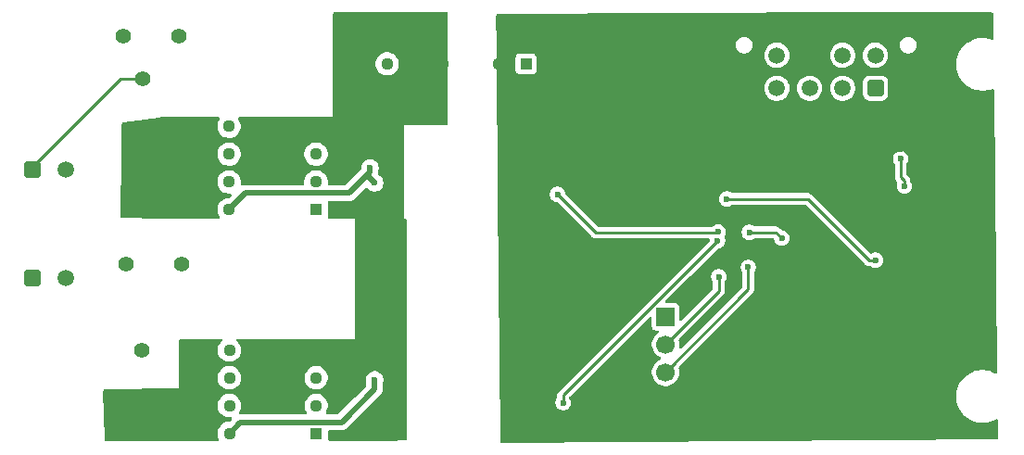
<source format=gbr>
%TF.GenerationSoftware,KiCad,Pcbnew,9.0.4*%
%TF.CreationDate,2026-01-13T11:47:29-08:00*%
%TF.ProjectId,2026Precharge,32303236-5072-4656-9368-617267652e6b,rev?*%
%TF.SameCoordinates,Original*%
%TF.FileFunction,Copper,L2,Bot*%
%TF.FilePolarity,Positive*%
%FSLAX46Y46*%
G04 Gerber Fmt 4.6, Leading zero omitted, Abs format (unit mm)*
G04 Created by KiCad (PCBNEW 9.0.4) date 2026-01-13 11:47:29*
%MOMM*%
%LPD*%
G01*
G04 APERTURE LIST*
G04 Aperture macros list*
%AMRoundRect*
0 Rectangle with rounded corners*
0 $1 Rounding radius*
0 $2 $3 $4 $5 $6 $7 $8 $9 X,Y pos of 4 corners*
0 Add a 4 corners polygon primitive as box body*
4,1,4,$2,$3,$4,$5,$6,$7,$8,$9,$2,$3,0*
0 Add four circle primitives for the rounded corners*
1,1,$1+$1,$2,$3*
1,1,$1+$1,$4,$5*
1,1,$1+$1,$6,$7*
1,1,$1+$1,$8,$9*
0 Add four rect primitives between the rounded corners*
20,1,$1+$1,$2,$3,$4,$5,0*
20,1,$1+$1,$4,$5,$6,$7,0*
20,1,$1+$1,$6,$7,$8,$9,0*
20,1,$1+$1,$8,$9,$2,$3,0*%
G04 Aperture macros list end*
%TA.AperFunction,ComponentPad*%
%ADD10R,1.110000X1.110000*%
%TD*%
%TA.AperFunction,ComponentPad*%
%ADD11C,1.110000*%
%TD*%
%TA.AperFunction,ComponentPad*%
%ADD12C,1.397000*%
%TD*%
%TA.AperFunction,ComponentPad*%
%ADD13R,1.130000X1.130000*%
%TD*%
%TA.AperFunction,ComponentPad*%
%ADD14C,1.130000*%
%TD*%
%TA.AperFunction,ComponentPad*%
%ADD15RoundRect,0.250001X0.499999X-0.499999X0.499999X0.499999X-0.499999X0.499999X-0.499999X-0.499999X0*%
%TD*%
%TA.AperFunction,ComponentPad*%
%ADD16C,1.500000*%
%TD*%
%TA.AperFunction,ComponentPad*%
%ADD17RoundRect,0.250001X0.499999X0.499999X-0.499999X0.499999X-0.499999X-0.499999X0.499999X-0.499999X0*%
%TD*%
%TA.AperFunction,ComponentPad*%
%ADD18R,1.700000X1.700000*%
%TD*%
%TA.AperFunction,ComponentPad*%
%ADD19C,1.700000*%
%TD*%
%TA.AperFunction,ViaPad*%
%ADD20C,0.600000*%
%TD*%
%TA.AperFunction,Conductor*%
%ADD21C,0.250000*%
%TD*%
%TA.AperFunction,Conductor*%
%ADD22C,0.500000*%
%TD*%
G04 APERTURE END LIST*
D10*
%TO.P,PS1,1,+VIN(VCC)*%
%TO.N,GLV+*%
X152130000Y-115630000D03*
D11*
%TO.P,PS1,2,-VIN(GND)*%
%TO.N,GLV-*%
X149590000Y-115630000D03*
%TO.P,PS1,4,-VOUT*%
%TO.N,HV-*%
X144510000Y-115630000D03*
%TO.P,PS1,6,+VOUT*%
%TO.N,12V_HV*%
X139430000Y-115630000D03*
%TD*%
D12*
%TO.P,F4,1*%
%TO.N,HV-*%
X117010000Y-146910000D03*
%TO.P,F4,2*%
%TO.N,Net-(Molex2-Pin_1)*%
X117010000Y-141830000D03*
%TD*%
%TO.P,F3,1*%
%TO.N,HV-*%
X117080000Y-122090000D03*
%TO.P,F3,2*%
%TO.N,Net-(Molex1-Pin_1)*%
X117080000Y-117010000D03*
%TD*%
%TO.P,F2,1*%
%TO.N,Net-(Molex2-Pin_2)*%
X115620000Y-133900000D03*
%TO.P,F2,2*%
%TO.N,/HV+_preAIR*%
X120700000Y-133900000D03*
%TD*%
D13*
%TO.P,U2,1,IOUT*%
%TO.N,Net-(U2-IOUT)*%
X132945000Y-128960000D03*
D14*
%TO.P,U2,2,IREF*%
%TO.N,Net-(U2-IREF)*%
X132945000Y-126420000D03*
%TO.P,U2,3,FOUT*%
%TO.N,Net-(U2-FOUT)*%
X132945000Y-123880000D03*
%TO.P,U2,4,GND*%
%TO.N,HV-*%
X132945000Y-121340000D03*
%TO.P,U2,5,RC*%
%TO.N,Net-(U2-RC)*%
X125005000Y-121340000D03*
%TO.P,U2,6,THRESH*%
%TO.N,Net-(U2-IOUT)*%
X125005000Y-123880000D03*
%TO.P,U2,7,COMPIN*%
%TO.N,Net-(U2-COMPIN)*%
X125005000Y-126420000D03*
%TO.P,U2,8,VS*%
%TO.N,12V_HV*%
X125005000Y-128960000D03*
%TD*%
D15*
%TO.P,Molex2,1,Pin_1*%
%TO.N,Net-(Molex2-Pin_1)*%
X107060000Y-135190000D03*
D16*
%TO.P,Molex2,2,Pin_2*%
%TO.N,Net-(Molex2-Pin_2)*%
X110060000Y-135190000D03*
%TD*%
D12*
%TO.P,F1,1*%
%TO.N,Net-(Molex1-Pin_2)*%
X115300000Y-113110000D03*
%TO.P,F1,2*%
%TO.N,/HV+_postAIR*%
X120380000Y-113110000D03*
%TD*%
D17*
%TO.P,J1,1,Pin_1*%
%TO.N,SDCin*%
X184050000Y-117850000D03*
D16*
%TO.P,J1,2,Pin_2*%
%TO.N,Pre_en*%
X181050000Y-117850000D03*
%TO.P,J1,3,Pin_3*%
%TO.N,AIR+_en*%
X178050000Y-117850000D03*
%TO.P,J1,4,Pin_4*%
%TO.N,Precharge_Fault*%
X175050000Y-117850000D03*
%TO.P,J1,5,Pin_5*%
%TO.N,CHG*%
X184050000Y-114850000D03*
%TO.P,J1,6,Pin_6*%
%TO.N,Charge_on*%
X181050000Y-114850000D03*
%TO.P,J1,7,Pin_7*%
%TO.N,GLV-*%
X178050000Y-114850000D03*
%TO.P,J1,8,Pin_8*%
%TO.N,Net-(D1-K)*%
X175050000Y-114850000D03*
%TD*%
D15*
%TO.P,Molex1,1,Pin_1*%
%TO.N,Net-(Molex1-Pin_1)*%
X107050000Y-125330000D03*
D16*
%TO.P,Molex1,2,Pin_2*%
%TO.N,Net-(Molex1-Pin_2)*%
X110050000Y-125330000D03*
%TD*%
D18*
%TO.P,J2,1,Pin_1*%
%TO.N,3.3 V*%
X164880000Y-138730000D03*
D19*
%TO.P,J2,2,Pin_2*%
%TO.N,SWCLK*%
X164880000Y-141270000D03*
%TO.P,J2,3,Pin_3*%
%TO.N,SWDIO*%
X164880000Y-143810000D03*
%TO.P,J2,4,Pin_4*%
%TO.N,GLV-*%
X164880000Y-146350000D03*
%TD*%
D13*
%TO.P,U5,1,IOUT*%
%TO.N,Net-(U5-IOUT)*%
X132967500Y-149380000D03*
D14*
%TO.P,U5,2,IREF*%
%TO.N,Net-(U5-IREF)*%
X132967500Y-146840000D03*
%TO.P,U5,3,FOUT*%
%TO.N,Net-(U5-FOUT)*%
X132967500Y-144300000D03*
%TO.P,U5,4,GND*%
%TO.N,HV-*%
X132967500Y-141760000D03*
%TO.P,U5,5,RC*%
%TO.N,Net-(U5-RC)*%
X125027500Y-141760000D03*
%TO.P,U5,6,THRESH*%
%TO.N,Net-(U5-IOUT)*%
X125027500Y-144300000D03*
%TO.P,U5,7,COMPIN*%
%TO.N,Net-(U5-COMPIN)*%
X125027500Y-146840000D03*
%TO.P,U5,8,VS*%
%TO.N,12V_HV*%
X125027500Y-149380000D03*
%TD*%
D20*
%TO.N,CHG*%
X186710000Y-126810000D03*
X186350000Y-124300000D03*
%TO.N,12V_HV*%
X138300000Y-144500000D03*
X137875000Y-125150000D03*
X138300000Y-126500000D03*
%TO.N,HV-*%
X121975000Y-127900000D03*
X135930000Y-119760000D03*
X121992500Y-148102500D03*
X136740000Y-143240000D03*
X136950000Y-139150000D03*
X123442500Y-143990000D03*
X120172275Y-123888391D03*
X120517500Y-149602500D03*
X134910000Y-143080000D03*
X123375000Y-123900000D03*
X120675000Y-129400000D03*
X120942500Y-143990000D03*
X141720000Y-118190000D03*
X136600000Y-123800000D03*
X135000000Y-123900000D03*
%TO.N,f_preAIR*%
X169640000Y-131770000D03*
X155515000Y-146585000D03*
%TO.N,f_postAIR*%
X175500000Y-131560000D03*
X169683180Y-130971164D03*
X155010000Y-127550000D03*
X172540000Y-131010000D03*
%TO.N,GLV-*%
X158190000Y-127010000D03*
X161170000Y-124980000D03*
X159670000Y-125950000D03*
X159690000Y-123960000D03*
X158930000Y-127940000D03*
X158950000Y-124970000D03*
X185205000Y-146980000D03*
X160430000Y-123970000D03*
X164470000Y-117780000D03*
X176567500Y-124612500D03*
X175560000Y-132970000D03*
X167715000Y-116780000D03*
X158190000Y-127940000D03*
X161890000Y-125960000D03*
X158930000Y-125950000D03*
X152760000Y-146710000D03*
X162650000Y-124980000D03*
X152950000Y-125710000D03*
X175420000Y-142530000D03*
X162630000Y-127950000D03*
X161170000Y-123970000D03*
X162650000Y-123970000D03*
X181977500Y-124442500D03*
X161150000Y-127950000D03*
X160410000Y-127020000D03*
X159670000Y-127940000D03*
X159690000Y-124970000D03*
X161900000Y-112940000D03*
X187850000Y-135250000D03*
X161890000Y-127950000D03*
X160410000Y-125960000D03*
X161910000Y-123970000D03*
X161890000Y-127020000D03*
X158950000Y-123960000D03*
X181510000Y-133230000D03*
X161150000Y-127020000D03*
X161910000Y-124980000D03*
X158190000Y-125950000D03*
X159670000Y-127010000D03*
X158210000Y-123960000D03*
X186380000Y-123440000D03*
X158210000Y-124970000D03*
X178400000Y-122642500D03*
X158930000Y-127010000D03*
X162630000Y-125960000D03*
X160410000Y-127950000D03*
X180470000Y-136350000D03*
X166520000Y-127190000D03*
X177210000Y-142550000D03*
X159080000Y-112900000D03*
X160430000Y-124980000D03*
X162630000Y-127020000D03*
X161150000Y-125960000D03*
%TO.N,SWCLK*%
X169740000Y-135070000D03*
%TO.N,SWDIO*%
X172440000Y-134220000D03*
%TO.N,Net-(Q1-G)*%
X170480000Y-127960000D03*
X184050000Y-133560000D03*
%TD*%
D21*
%TO.N,CHG*%
X186350000Y-125970000D02*
X186350000Y-124300000D01*
X186710000Y-126330000D02*
X186350000Y-125970000D01*
X186710000Y-126810000D02*
X186710000Y-126330000D01*
D22*
%TO.N,12V_HV*%
X126529000Y-127436000D02*
X125005000Y-128960000D01*
X135272500Y-148365000D02*
X126042500Y-148365000D01*
X138300000Y-126500000D02*
X137650000Y-125850000D01*
X137875000Y-125525000D02*
X137650000Y-125750000D01*
X135964000Y-127436000D02*
X126529000Y-127436000D01*
X126042500Y-148365000D02*
X125027500Y-149380000D01*
X137650000Y-125850000D02*
X137650000Y-125750000D01*
X137875000Y-125150000D02*
X137875000Y-125525000D01*
X137650000Y-125750000D02*
X135964000Y-127436000D01*
X138300000Y-144500000D02*
X138300000Y-145337500D01*
X138300000Y-145337500D02*
X135272500Y-148365000D01*
D21*
%TO.N,f_preAIR*%
X155515000Y-145895000D02*
X169640000Y-131770000D01*
X155515000Y-146585000D02*
X155515000Y-145895000D01*
%TO.N,f_postAIR*%
X169624344Y-131030000D02*
X158490000Y-131030000D01*
X169683180Y-130971164D02*
X169624344Y-131030000D01*
X174950000Y-131010000D02*
X175500000Y-131560000D01*
X158490000Y-131030000D02*
X155010000Y-127550000D01*
X172540000Y-131010000D02*
X174950000Y-131010000D01*
%TO.N,Net-(Molex1-Pin_1)*%
X115057007Y-117010000D02*
X117080000Y-117010000D01*
X107050000Y-125330000D02*
X107050000Y-125017007D01*
X107050000Y-125017007D02*
X115057007Y-117010000D01*
%TO.N,SWCLK*%
X169740000Y-135070000D02*
X169740000Y-136410000D01*
X169740000Y-136410000D02*
X164880000Y-141270000D01*
%TO.N,SWDIO*%
X172440000Y-134220000D02*
X172440000Y-136250000D01*
X172440000Y-136250000D02*
X164880000Y-143810000D01*
%TO.N,Net-(Q1-G)*%
X183470000Y-133560000D02*
X177870000Y-127960000D01*
X177870000Y-127960000D02*
X170480000Y-127960000D01*
X184050000Y-133560000D02*
X183470000Y-133560000D01*
%TD*%
%TA.AperFunction,Conductor*%
%TO.N,GLV-*%
G36*
X193849119Y-110860502D02*
G01*
X193851892Y-110860234D01*
X193865291Y-110860855D01*
X193879108Y-110864558D01*
X193945000Y-110864558D01*
X194343977Y-110881977D01*
X194354709Y-110882917D01*
X194693984Y-110927582D01*
X194757880Y-110955848D01*
X194796351Y-111014173D01*
X194801789Y-111049065D01*
X194828174Y-113296346D01*
X194809278Y-113363612D01*
X194757015Y-113409984D01*
X194687978Y-113420739D01*
X194663228Y-113414843D01*
X194505602Y-113359687D01*
X194505594Y-113359684D01*
X194308446Y-113314687D01*
X194242732Y-113299688D01*
X194242728Y-113299687D01*
X194242719Y-113299686D01*
X193974813Y-113269500D01*
X193974809Y-113269500D01*
X193705191Y-113269500D01*
X193705186Y-113269500D01*
X193437280Y-113299686D01*
X193437268Y-113299688D01*
X193174405Y-113359684D01*
X193174397Y-113359687D01*
X192919917Y-113448734D01*
X192677005Y-113565714D01*
X192448712Y-113709161D01*
X192237915Y-113877265D01*
X192047265Y-114067915D01*
X191879161Y-114278712D01*
X191735714Y-114507005D01*
X191618734Y-114749917D01*
X191529687Y-115004397D01*
X191529684Y-115004405D01*
X191469688Y-115267268D01*
X191469686Y-115267280D01*
X191439500Y-115535186D01*
X191439500Y-115804813D01*
X191469686Y-116072719D01*
X191469688Y-116072731D01*
X191529684Y-116335594D01*
X191529687Y-116335602D01*
X191618734Y-116590082D01*
X191735714Y-116832994D01*
X191735716Y-116832997D01*
X191879162Y-117061289D01*
X191901745Y-117089607D01*
X192027264Y-117247004D01*
X192047266Y-117272085D01*
X192237915Y-117462734D01*
X192448711Y-117630838D01*
X192677003Y-117774284D01*
X192919921Y-117891267D01*
X193060753Y-117940546D01*
X193174397Y-117980312D01*
X193174405Y-117980315D01*
X193174408Y-117980315D01*
X193174409Y-117980316D01*
X193437268Y-118040312D01*
X193705187Y-118070499D01*
X193705188Y-118070500D01*
X193705191Y-118070500D01*
X193974812Y-118070500D01*
X193974812Y-118070499D01*
X194242732Y-118040312D01*
X194505591Y-117980316D01*
X194718703Y-117905744D01*
X194788482Y-117902183D01*
X194849109Y-117936911D01*
X194881337Y-117998905D01*
X194883649Y-118021330D01*
X195186253Y-143795336D01*
X195167357Y-143862602D01*
X195115094Y-143908974D01*
X195046057Y-143919729D01*
X195006395Y-143906675D01*
X195006131Y-143907225D01*
X194760082Y-143788734D01*
X194505602Y-143699687D01*
X194505594Y-143699684D01*
X194308446Y-143654687D01*
X194242732Y-143639688D01*
X194242728Y-143639687D01*
X194242719Y-143639686D01*
X193974813Y-143609500D01*
X193974809Y-143609500D01*
X193705191Y-143609500D01*
X193705186Y-143609500D01*
X193437280Y-143639686D01*
X193437268Y-143639688D01*
X193174405Y-143699684D01*
X193174397Y-143699687D01*
X192919917Y-143788734D01*
X192677005Y-143905714D01*
X192448712Y-144049161D01*
X192237915Y-144217265D01*
X192047265Y-144407915D01*
X191879161Y-144618712D01*
X191735714Y-144847005D01*
X191618734Y-145089917D01*
X191529687Y-145344397D01*
X191529684Y-145344405D01*
X191469688Y-145607268D01*
X191469686Y-145607280D01*
X191439500Y-145875186D01*
X191439500Y-146144813D01*
X191469686Y-146412719D01*
X191469688Y-146412731D01*
X191529684Y-146675594D01*
X191529687Y-146675602D01*
X191618734Y-146930082D01*
X191735714Y-147172994D01*
X191735716Y-147172997D01*
X191879162Y-147401289D01*
X192047266Y-147612085D01*
X192237915Y-147802734D01*
X192448711Y-147970838D01*
X192677003Y-148114284D01*
X192677005Y-148114285D01*
X192731886Y-148140714D01*
X192919921Y-148231267D01*
X193111049Y-148298145D01*
X193174397Y-148320312D01*
X193174405Y-148320315D01*
X193174408Y-148320315D01*
X193174409Y-148320316D01*
X193437268Y-148380312D01*
X193705187Y-148410499D01*
X193705188Y-148410500D01*
X193705191Y-148410500D01*
X193974812Y-148410500D01*
X193974812Y-148410499D01*
X194242732Y-148380312D01*
X194505591Y-148320316D01*
X194760079Y-148231267D01*
X195002997Y-148114284D01*
X195047882Y-148086080D01*
X195115117Y-148067080D01*
X195181953Y-148087447D01*
X195227167Y-148140714D01*
X195237845Y-148189618D01*
X195257225Y-149840215D01*
X195238329Y-149907481D01*
X195186066Y-149953853D01*
X195134010Y-149965669D01*
X149922993Y-150248734D01*
X149855832Y-150229469D01*
X149809747Y-150176953D01*
X149798223Y-150125986D01*
X149796606Y-149965669D01*
X149571238Y-127618995D01*
X154309499Y-127618995D01*
X154336418Y-127754322D01*
X154336421Y-127754332D01*
X154389221Y-127881804D01*
X154389228Y-127881817D01*
X154465885Y-127996541D01*
X154465888Y-127996545D01*
X154563454Y-128094111D01*
X154563458Y-128094114D01*
X154678182Y-128170771D01*
X154678195Y-128170778D01*
X154805667Y-128223578D01*
X154805672Y-128223580D01*
X154930466Y-128248403D01*
X154936975Y-128249698D01*
X154998886Y-128282083D01*
X155000465Y-128283634D01*
X158065154Y-131348323D01*
X158065164Y-131348334D01*
X158069494Y-131352664D01*
X158069495Y-131352665D01*
X158167335Y-131450505D01*
X158167337Y-131450506D01*
X158167338Y-131450507D01*
X158227249Y-131485096D01*
X158287164Y-131519688D01*
X158420817Y-131555500D01*
X158559183Y-131555500D01*
X168811968Y-131555500D01*
X168879007Y-131575185D01*
X168924762Y-131627989D01*
X168934706Y-131697147D01*
X168905681Y-131760703D01*
X168899649Y-131767181D01*
X155094496Y-145572333D01*
X155094492Y-145572338D01*
X155025311Y-145692163D01*
X155025312Y-145692163D01*
X155025312Y-145692165D01*
X154989499Y-145825818D01*
X154989499Y-145974172D01*
X154989500Y-145974185D01*
X154989500Y-146072984D01*
X154969815Y-146140023D01*
X154968602Y-146141875D01*
X154894228Y-146253182D01*
X154894221Y-146253195D01*
X154841421Y-146380667D01*
X154841418Y-146380677D01*
X154814500Y-146516004D01*
X154814500Y-146516007D01*
X154814500Y-146653993D01*
X154814500Y-146653995D01*
X154814499Y-146653995D01*
X154841418Y-146789322D01*
X154841421Y-146789332D01*
X154894221Y-146916804D01*
X154894228Y-146916817D01*
X154970885Y-147031541D01*
X154970888Y-147031545D01*
X155068454Y-147129111D01*
X155068458Y-147129114D01*
X155183182Y-147205771D01*
X155183195Y-147205778D01*
X155310667Y-147258578D01*
X155310672Y-147258580D01*
X155310676Y-147258580D01*
X155310677Y-147258581D01*
X155446004Y-147285500D01*
X155446007Y-147285500D01*
X155583995Y-147285500D01*
X155675041Y-147267389D01*
X155719328Y-147258580D01*
X155846811Y-147205775D01*
X155961542Y-147129114D01*
X156059114Y-147031542D01*
X156135775Y-146916811D01*
X156188580Y-146789328D01*
X156211202Y-146675602D01*
X156215500Y-146653995D01*
X156215500Y-146516004D01*
X156188581Y-146380677D01*
X156188580Y-146380676D01*
X156188580Y-146380672D01*
X156188578Y-146380667D01*
X156135778Y-146253195D01*
X156135771Y-146253182D01*
X156097866Y-146196453D01*
X156076988Y-146129775D01*
X156095473Y-146062395D01*
X156113283Y-146039885D01*
X163417821Y-138735347D01*
X163479142Y-138701864D01*
X163548834Y-138706848D01*
X163604767Y-138748720D01*
X163629184Y-138814184D01*
X163629500Y-138823030D01*
X163629500Y-139611517D01*
X163640292Y-139679657D01*
X163644354Y-139705304D01*
X163701950Y-139818342D01*
X163701952Y-139818344D01*
X163701954Y-139818347D01*
X163791652Y-139908045D01*
X163791654Y-139908046D01*
X163791658Y-139908050D01*
X163904696Y-139965646D01*
X163904698Y-139965647D01*
X163998475Y-139980499D01*
X163998481Y-139980500D01*
X164145735Y-139980499D01*
X164212772Y-140000183D01*
X164258527Y-140052987D01*
X164268471Y-140122145D01*
X164239446Y-140185701D01*
X164218619Y-140204816D01*
X164065360Y-140316167D01*
X164065351Y-140316174D01*
X163926174Y-140455351D01*
X163926174Y-140455352D01*
X163926172Y-140455354D01*
X163876485Y-140523741D01*
X163810476Y-140614594D01*
X163721117Y-140789970D01*
X163660290Y-140977173D01*
X163629500Y-141171577D01*
X163629500Y-141368422D01*
X163660290Y-141562826D01*
X163721117Y-141750029D01*
X163810476Y-141925405D01*
X163926172Y-142084646D01*
X164065354Y-142223828D01*
X164224595Y-142339524D01*
X164347992Y-142402397D01*
X164401213Y-142429515D01*
X164452009Y-142477489D01*
X164468804Y-142545310D01*
X164446267Y-142611445D01*
X164401213Y-142650485D01*
X164224594Y-142740476D01*
X164133741Y-142806485D01*
X164065354Y-142856172D01*
X164065352Y-142856174D01*
X164065351Y-142856174D01*
X163926174Y-142995351D01*
X163926174Y-142995352D01*
X163926172Y-142995354D01*
X163876485Y-143063741D01*
X163810476Y-143154594D01*
X163721117Y-143329970D01*
X163660290Y-143517173D01*
X163629500Y-143711577D01*
X163629500Y-143908422D01*
X163660290Y-144102826D01*
X163721117Y-144290029D01*
X163810476Y-144465405D01*
X163926172Y-144624646D01*
X164065354Y-144763828D01*
X164224595Y-144879524D01*
X164307455Y-144921743D01*
X164399970Y-144968882D01*
X164399972Y-144968882D01*
X164399975Y-144968884D01*
X164500317Y-145001487D01*
X164587173Y-145029709D01*
X164781578Y-145060500D01*
X164781583Y-145060500D01*
X164978422Y-145060500D01*
X165172826Y-145029709D01*
X165360025Y-144968884D01*
X165535405Y-144879524D01*
X165694646Y-144763828D01*
X165833828Y-144624646D01*
X165949524Y-144465405D01*
X166038884Y-144290025D01*
X166099709Y-144102826D01*
X166130500Y-143908422D01*
X166130500Y-143711577D01*
X166099709Y-143517177D01*
X166099709Y-143517176D01*
X166099709Y-143517174D01*
X166078135Y-143450779D01*
X166076141Y-143380939D01*
X166108384Y-143324783D01*
X172860505Y-136572665D01*
X172929689Y-136452835D01*
X172965501Y-136319183D01*
X172965501Y-136180816D01*
X172965501Y-136173221D01*
X172965500Y-136173203D01*
X172965500Y-134732015D01*
X172985185Y-134664976D01*
X172986398Y-134663124D01*
X173060771Y-134551817D01*
X173060771Y-134551816D01*
X173060775Y-134551811D01*
X173113580Y-134424328D01*
X173140500Y-134288993D01*
X173140500Y-134151007D01*
X173140500Y-134151004D01*
X173113581Y-134015677D01*
X173113580Y-134015676D01*
X173113580Y-134015672D01*
X173113578Y-134015667D01*
X173060778Y-133888195D01*
X173060771Y-133888182D01*
X172984114Y-133773458D01*
X172984111Y-133773454D01*
X172886545Y-133675888D01*
X172886541Y-133675885D01*
X172771817Y-133599228D01*
X172771804Y-133599221D01*
X172644332Y-133546421D01*
X172644322Y-133546418D01*
X172508995Y-133519500D01*
X172508993Y-133519500D01*
X172371007Y-133519500D01*
X172371005Y-133519500D01*
X172235677Y-133546418D01*
X172235667Y-133546421D01*
X172108195Y-133599221D01*
X172108182Y-133599228D01*
X171993458Y-133675885D01*
X171993454Y-133675888D01*
X171895888Y-133773454D01*
X171895885Y-133773458D01*
X171819228Y-133888182D01*
X171819221Y-133888195D01*
X171766421Y-134015667D01*
X171766418Y-134015677D01*
X171739500Y-134151004D01*
X171739500Y-134151007D01*
X171739500Y-134288993D01*
X171739500Y-134288995D01*
X171739499Y-134288995D01*
X171766418Y-134424322D01*
X171766421Y-134424332D01*
X171819221Y-134551804D01*
X171819228Y-134551817D01*
X171893602Y-134663124D01*
X171914480Y-134729801D01*
X171914500Y-134732015D01*
X171914500Y-135980968D01*
X171894815Y-136048007D01*
X171878181Y-136068649D01*
X166316061Y-141630768D01*
X166254738Y-141664253D01*
X166185046Y-141659269D01*
X166129113Y-141617397D01*
X166104696Y-141551933D01*
X166105906Y-141523694D01*
X166119459Y-141438127D01*
X166130500Y-141368421D01*
X166130500Y-141171577D01*
X166099709Y-140977177D01*
X166099709Y-140977176D01*
X166099709Y-140977174D01*
X166078135Y-140910779D01*
X166076141Y-140840939D01*
X166108384Y-140784783D01*
X170052455Y-136840713D01*
X170052460Y-136840709D01*
X170062663Y-136830505D01*
X170062665Y-136830505D01*
X170160505Y-136732665D01*
X170229688Y-136612836D01*
X170240452Y-136572665D01*
X170265501Y-136479183D01*
X170265501Y-136340817D01*
X170265501Y-136333222D01*
X170265500Y-136333204D01*
X170265500Y-135582015D01*
X170285185Y-135514976D01*
X170286398Y-135513124D01*
X170360771Y-135401817D01*
X170360771Y-135401816D01*
X170360775Y-135401811D01*
X170413580Y-135274328D01*
X170440500Y-135138993D01*
X170440500Y-135001007D01*
X170440500Y-135001004D01*
X170413581Y-134865677D01*
X170413580Y-134865676D01*
X170413580Y-134865672D01*
X170413578Y-134865667D01*
X170360778Y-134738195D01*
X170360771Y-134738182D01*
X170284114Y-134623458D01*
X170284111Y-134623454D01*
X170186545Y-134525888D01*
X170186541Y-134525885D01*
X170071817Y-134449228D01*
X170071804Y-134449221D01*
X169944332Y-134396421D01*
X169944322Y-134396418D01*
X169808995Y-134369500D01*
X169808993Y-134369500D01*
X169671007Y-134369500D01*
X169671005Y-134369500D01*
X169535677Y-134396418D01*
X169535667Y-134396421D01*
X169408195Y-134449221D01*
X169408182Y-134449228D01*
X169293458Y-134525885D01*
X169293454Y-134525888D01*
X169195888Y-134623454D01*
X169195885Y-134623458D01*
X169119228Y-134738182D01*
X169119221Y-134738195D01*
X169066421Y-134865667D01*
X169066418Y-134865677D01*
X169039500Y-135001004D01*
X169039500Y-135001007D01*
X169039500Y-135138993D01*
X169039500Y-135138995D01*
X169039499Y-135138995D01*
X169066418Y-135274322D01*
X169066421Y-135274332D01*
X169119221Y-135401804D01*
X169119228Y-135401817D01*
X169193602Y-135513124D01*
X169214480Y-135579801D01*
X169214500Y-135582015D01*
X169214500Y-136140968D01*
X169194815Y-136208007D01*
X169178181Y-136228649D01*
X166342180Y-139064650D01*
X166280857Y-139098135D01*
X166211165Y-139093151D01*
X166155232Y-139051279D01*
X166130815Y-138985815D01*
X166130499Y-138976969D01*
X166130499Y-137848482D01*
X166115646Y-137754696D01*
X166058050Y-137641658D01*
X166058046Y-137641654D01*
X166058045Y-137641652D01*
X165968347Y-137551954D01*
X165968344Y-137551952D01*
X165968342Y-137551950D01*
X165891517Y-137512805D01*
X165855301Y-137494352D01*
X165761524Y-137479500D01*
X165761519Y-137479500D01*
X164973031Y-137479500D01*
X164905992Y-137459815D01*
X164860237Y-137407011D01*
X164850293Y-137337853D01*
X164879318Y-137274297D01*
X164885350Y-137267819D01*
X167152165Y-135001004D01*
X169649537Y-132503632D01*
X169710858Y-132470149D01*
X169713025Y-132469698D01*
X169717417Y-132468824D01*
X169844328Y-132443580D01*
X169971811Y-132390775D01*
X170086542Y-132314114D01*
X170184114Y-132216542D01*
X170260775Y-132101811D01*
X170313580Y-131974328D01*
X170340500Y-131838993D01*
X170340500Y-131701007D01*
X170340500Y-131701004D01*
X170313581Y-131565677D01*
X170313580Y-131565676D01*
X170313580Y-131565672D01*
X170268087Y-131455843D01*
X170260619Y-131386377D01*
X170279545Y-131339505D01*
X170303955Y-131302975D01*
X170356760Y-131175492D01*
X170375955Y-131078995D01*
X171839499Y-131078995D01*
X171866418Y-131214322D01*
X171866421Y-131214332D01*
X171919221Y-131341804D01*
X171919228Y-131341817D01*
X171995885Y-131456541D01*
X171995888Y-131456545D01*
X172093454Y-131554111D01*
X172093458Y-131554114D01*
X172208182Y-131630771D01*
X172208195Y-131630778D01*
X172335667Y-131683578D01*
X172335672Y-131683580D01*
X172335676Y-131683580D01*
X172335677Y-131683581D01*
X172471004Y-131710500D01*
X172471007Y-131710500D01*
X172608995Y-131710500D01*
X172700041Y-131692389D01*
X172744328Y-131683580D01*
X172871811Y-131630775D01*
X172905913Y-131607989D01*
X172983124Y-131556398D01*
X173049801Y-131535520D01*
X173052015Y-131535500D01*
X174679139Y-131535500D01*
X174746178Y-131555185D01*
X174791933Y-131607989D01*
X174800756Y-131635309D01*
X174826418Y-131764320D01*
X174826421Y-131764332D01*
X174879221Y-131891804D01*
X174879228Y-131891817D01*
X174955885Y-132006541D01*
X174955888Y-132006545D01*
X175053454Y-132104111D01*
X175053458Y-132104114D01*
X175168182Y-132180771D01*
X175168195Y-132180778D01*
X175295667Y-132233578D01*
X175295672Y-132233580D01*
X175295676Y-132233580D01*
X175295677Y-132233581D01*
X175431004Y-132260500D01*
X175431007Y-132260500D01*
X175568995Y-132260500D01*
X175660041Y-132242389D01*
X175704328Y-132233580D01*
X175831811Y-132180775D01*
X175946542Y-132104114D01*
X176044114Y-132006542D01*
X176120775Y-131891811D01*
X176173580Y-131764328D01*
X176184287Y-131710500D01*
X176200500Y-131628995D01*
X176200500Y-131491004D01*
X176173581Y-131355677D01*
X176173580Y-131355676D01*
X176173580Y-131355672D01*
X176173578Y-131355667D01*
X176120778Y-131228195D01*
X176120771Y-131228182D01*
X176044114Y-131113458D01*
X176044111Y-131113454D01*
X175946545Y-131015888D01*
X175946541Y-131015885D01*
X175831817Y-130939228D01*
X175831804Y-130939221D01*
X175704332Y-130886421D01*
X175704322Y-130886418D01*
X175573023Y-130860301D01*
X175556266Y-130851535D01*
X175537788Y-130847516D01*
X175512751Y-130828773D01*
X175511112Y-130827916D01*
X175509534Y-130826365D01*
X175377575Y-130694406D01*
X175377573Y-130694403D01*
X175272666Y-130589496D01*
X175272661Y-130589492D01*
X175152840Y-130520313D01*
X175124592Y-130512743D01*
X175124591Y-130512743D01*
X175019183Y-130484499D01*
X174880817Y-130484499D01*
X174873221Y-130484499D01*
X174873205Y-130484500D01*
X173052015Y-130484500D01*
X172984976Y-130464815D01*
X172983124Y-130463602D01*
X172871817Y-130389228D01*
X172871804Y-130389221D01*
X172744332Y-130336421D01*
X172744322Y-130336418D01*
X172608995Y-130309500D01*
X172608993Y-130309500D01*
X172471007Y-130309500D01*
X172471005Y-130309500D01*
X172335677Y-130336418D01*
X172335667Y-130336421D01*
X172208195Y-130389221D01*
X172208182Y-130389228D01*
X172093458Y-130465885D01*
X172093454Y-130465888D01*
X171995888Y-130563454D01*
X171995885Y-130563458D01*
X171919228Y-130678182D01*
X171919221Y-130678195D01*
X171866421Y-130805667D01*
X171866418Y-130805677D01*
X171839500Y-130941004D01*
X171839500Y-130941007D01*
X171839500Y-131078993D01*
X171839500Y-131078995D01*
X171839499Y-131078995D01*
X170375955Y-131078995D01*
X170383680Y-131040157D01*
X170383680Y-130902171D01*
X170383680Y-130902168D01*
X170356761Y-130766841D01*
X170356760Y-130766840D01*
X170356760Y-130766836D01*
X170326759Y-130694406D01*
X170303958Y-130639359D01*
X170303951Y-130639346D01*
X170227294Y-130524622D01*
X170227291Y-130524618D01*
X170129725Y-130427052D01*
X170129721Y-130427049D01*
X170014997Y-130350392D01*
X170014984Y-130350385D01*
X169887512Y-130297585D01*
X169887502Y-130297582D01*
X169752175Y-130270664D01*
X169752173Y-130270664D01*
X169614187Y-130270664D01*
X169614185Y-130270664D01*
X169478857Y-130297582D01*
X169478847Y-130297585D01*
X169351375Y-130350385D01*
X169351362Y-130350392D01*
X169236638Y-130427049D01*
X169236634Y-130427052D01*
X169195508Y-130468180D01*
X169134185Y-130501666D01*
X169107826Y-130504500D01*
X158759031Y-130504500D01*
X158691992Y-130484815D01*
X158671350Y-130468181D01*
X156232164Y-128028995D01*
X169779499Y-128028995D01*
X169806418Y-128164322D01*
X169806421Y-128164332D01*
X169859221Y-128291804D01*
X169859228Y-128291817D01*
X169935885Y-128406541D01*
X169935888Y-128406545D01*
X170033454Y-128504111D01*
X170033458Y-128504114D01*
X170148182Y-128580771D01*
X170148195Y-128580778D01*
X170275667Y-128633578D01*
X170275672Y-128633580D01*
X170275676Y-128633580D01*
X170275677Y-128633581D01*
X170411004Y-128660500D01*
X170411007Y-128660500D01*
X170548995Y-128660500D01*
X170640041Y-128642389D01*
X170684328Y-128633580D01*
X170811811Y-128580775D01*
X170923124Y-128506398D01*
X170989801Y-128485520D01*
X170992015Y-128485500D01*
X177600969Y-128485500D01*
X177668008Y-128505185D01*
X177688650Y-128521819D01*
X183045154Y-133878323D01*
X183045164Y-133878334D01*
X183049494Y-133882664D01*
X183049495Y-133882665D01*
X183147335Y-133980505D01*
X183147337Y-133980506D01*
X183147338Y-133980507D01*
X183192438Y-134006545D01*
X183267164Y-134049688D01*
X183285993Y-134054733D01*
X183295407Y-134057256D01*
X183295408Y-134057256D01*
X183400817Y-134085501D01*
X183400819Y-134085501D01*
X183537986Y-134085501D01*
X183605025Y-134105186D01*
X183606877Y-134106399D01*
X183718182Y-134180771D01*
X183718195Y-134180778D01*
X183845667Y-134233578D01*
X183845672Y-134233580D01*
X183845676Y-134233580D01*
X183845677Y-134233581D01*
X183981004Y-134260500D01*
X183981007Y-134260500D01*
X184118995Y-134260500D01*
X184210041Y-134242389D01*
X184254328Y-134233580D01*
X184381811Y-134180775D01*
X184496542Y-134104114D01*
X184594114Y-134006542D01*
X184670775Y-133891811D01*
X184723580Y-133764328D01*
X184741172Y-133675888D01*
X184750500Y-133628995D01*
X184750500Y-133491004D01*
X184723581Y-133355677D01*
X184723580Y-133355676D01*
X184723580Y-133355672D01*
X184723578Y-133355667D01*
X184670778Y-133228195D01*
X184670771Y-133228182D01*
X184594114Y-133113458D01*
X184594111Y-133113454D01*
X184496545Y-133015888D01*
X184496541Y-133015885D01*
X184381817Y-132939228D01*
X184381804Y-132939221D01*
X184254332Y-132886421D01*
X184254322Y-132886418D01*
X184118995Y-132859500D01*
X184118993Y-132859500D01*
X183981007Y-132859500D01*
X183981005Y-132859500D01*
X183845677Y-132886418D01*
X183845671Y-132886420D01*
X183718181Y-132939228D01*
X183717295Y-132939702D01*
X183716778Y-132939809D01*
X183712562Y-132941556D01*
X183712230Y-132940755D01*
X183648889Y-132953930D01*
X183583650Y-132928917D01*
X183571182Y-132918013D01*
X178297575Y-127644406D01*
X178297573Y-127644403D01*
X178192666Y-127539496D01*
X178192661Y-127539492D01*
X178072840Y-127470313D01*
X178044592Y-127462743D01*
X178044591Y-127462743D01*
X177939183Y-127434499D01*
X177800817Y-127434499D01*
X177793221Y-127434499D01*
X177793205Y-127434500D01*
X170992015Y-127434500D01*
X170924976Y-127414815D01*
X170923124Y-127413602D01*
X170811817Y-127339228D01*
X170811804Y-127339221D01*
X170684332Y-127286421D01*
X170684322Y-127286418D01*
X170548995Y-127259500D01*
X170548993Y-127259500D01*
X170411007Y-127259500D01*
X170411005Y-127259500D01*
X170275677Y-127286418D01*
X170275667Y-127286421D01*
X170148195Y-127339221D01*
X170148182Y-127339228D01*
X170033458Y-127415885D01*
X170033454Y-127415888D01*
X169935888Y-127513454D01*
X169935885Y-127513458D01*
X169859228Y-127628182D01*
X169859221Y-127628195D01*
X169806421Y-127755667D01*
X169806418Y-127755677D01*
X169779500Y-127891004D01*
X169779500Y-127891007D01*
X169779500Y-128028993D01*
X169779500Y-128028995D01*
X169779499Y-128028995D01*
X156232164Y-128028995D01*
X155743634Y-127540465D01*
X155710149Y-127479142D01*
X155709698Y-127476975D01*
X155697547Y-127415888D01*
X155683580Y-127345672D01*
X155659037Y-127286420D01*
X155630778Y-127218195D01*
X155630771Y-127218182D01*
X155554114Y-127103458D01*
X155554111Y-127103454D01*
X155456545Y-127005888D01*
X155456541Y-127005885D01*
X155341817Y-126929228D01*
X155341804Y-126929221D01*
X155214332Y-126876421D01*
X155214322Y-126876418D01*
X155078995Y-126849500D01*
X155078993Y-126849500D01*
X154941007Y-126849500D01*
X154941005Y-126849500D01*
X154805677Y-126876418D01*
X154805667Y-126876421D01*
X154678195Y-126929221D01*
X154678182Y-126929228D01*
X154563458Y-127005885D01*
X154563454Y-127005888D01*
X154465888Y-127103454D01*
X154465885Y-127103458D01*
X154389228Y-127218182D01*
X154389221Y-127218195D01*
X154336421Y-127345667D01*
X154336418Y-127345677D01*
X154309500Y-127481004D01*
X154309500Y-127481007D01*
X154309500Y-127618993D01*
X154309500Y-127618995D01*
X154309499Y-127618995D01*
X149571238Y-127618995D01*
X149538462Y-124368995D01*
X185649499Y-124368995D01*
X185676418Y-124504322D01*
X185676421Y-124504332D01*
X185729221Y-124631804D01*
X185729228Y-124631817D01*
X185803602Y-124743124D01*
X185824480Y-124809801D01*
X185824500Y-124812015D01*
X185824500Y-125893204D01*
X185824499Y-125893222D01*
X185824499Y-126039182D01*
X185850553Y-126136419D01*
X185860310Y-126172832D01*
X185860313Y-126172839D01*
X185929492Y-126292661D01*
X185929496Y-126292666D01*
X186034400Y-126397570D01*
X186034406Y-126397575D01*
X186038193Y-126401362D01*
X186071678Y-126462685D01*
X186066694Y-126532377D01*
X186065074Y-126536492D01*
X186036420Y-126605672D01*
X186036419Y-126605675D01*
X186036419Y-126605676D01*
X186036418Y-126605677D01*
X186009500Y-126741004D01*
X186009500Y-126741007D01*
X186009500Y-126878993D01*
X186009500Y-126878995D01*
X186009499Y-126878995D01*
X186036418Y-127014322D01*
X186036421Y-127014332D01*
X186089221Y-127141804D01*
X186089228Y-127141817D01*
X186165885Y-127256541D01*
X186165888Y-127256545D01*
X186263454Y-127354111D01*
X186263458Y-127354114D01*
X186378182Y-127430771D01*
X186378195Y-127430778D01*
X186499453Y-127481004D01*
X186505672Y-127483580D01*
X186505676Y-127483580D01*
X186505677Y-127483581D01*
X186641004Y-127510500D01*
X186641007Y-127510500D01*
X186778995Y-127510500D01*
X186870041Y-127492389D01*
X186914328Y-127483580D01*
X187032818Y-127434500D01*
X187041804Y-127430778D01*
X187041804Y-127430777D01*
X187041811Y-127430775D01*
X187156542Y-127354114D01*
X187254114Y-127256542D01*
X187330775Y-127141811D01*
X187383580Y-127014328D01*
X187410500Y-126878993D01*
X187410500Y-126741007D01*
X187410500Y-126741004D01*
X187383581Y-126605677D01*
X187383580Y-126605676D01*
X187383580Y-126605672D01*
X187354926Y-126536495D01*
X187330778Y-126478195D01*
X187330771Y-126478182D01*
X187256399Y-126366877D01*
X187237847Y-126321990D01*
X187235501Y-126310100D01*
X187235501Y-126260817D01*
X187199688Y-126127165D01*
X187199688Y-126127164D01*
X187130505Y-126007335D01*
X187032665Y-125909495D01*
X187032664Y-125909494D01*
X187028334Y-125905164D01*
X187028323Y-125905154D01*
X186911819Y-125788650D01*
X186878334Y-125727327D01*
X186875500Y-125700969D01*
X186875500Y-124812015D01*
X186895185Y-124744976D01*
X186896398Y-124743124D01*
X186970771Y-124631817D01*
X186970771Y-124631816D01*
X186970775Y-124631811D01*
X187023580Y-124504328D01*
X187050500Y-124368993D01*
X187050500Y-124231007D01*
X187050500Y-124231004D01*
X187023581Y-124095677D01*
X187023580Y-124095676D01*
X187023580Y-124095672D01*
X187023578Y-124095667D01*
X186970778Y-123968195D01*
X186970771Y-123968182D01*
X186894114Y-123853458D01*
X186894111Y-123853454D01*
X186796545Y-123755888D01*
X186796541Y-123755885D01*
X186681817Y-123679228D01*
X186681804Y-123679221D01*
X186554332Y-123626421D01*
X186554322Y-123626418D01*
X186418995Y-123599500D01*
X186418993Y-123599500D01*
X186281007Y-123599500D01*
X186281005Y-123599500D01*
X186145677Y-123626418D01*
X186145667Y-123626421D01*
X186018195Y-123679221D01*
X186018182Y-123679228D01*
X185903458Y-123755885D01*
X185903454Y-123755888D01*
X185805888Y-123853454D01*
X185805885Y-123853458D01*
X185729228Y-123968182D01*
X185729221Y-123968195D01*
X185676421Y-124095667D01*
X185676418Y-124095677D01*
X185649500Y-124231004D01*
X185649500Y-124231007D01*
X185649500Y-124368993D01*
X185649500Y-124368995D01*
X185649499Y-124368995D01*
X149538462Y-124368995D01*
X149530973Y-123626421D01*
X149482985Y-118868076D01*
X149471804Y-117759448D01*
X173899500Y-117759448D01*
X173899500Y-117940551D01*
X173927829Y-118119410D01*
X173983787Y-118291636D01*
X173983788Y-118291639D01*
X174039664Y-118401300D01*
X174065789Y-118452573D01*
X174066006Y-118452997D01*
X174172441Y-118599494D01*
X174172445Y-118599499D01*
X174300500Y-118727554D01*
X174300505Y-118727558D01*
X174333956Y-118751861D01*
X174447006Y-118833996D01*
X174552484Y-118887740D01*
X174608360Y-118916211D01*
X174608363Y-118916212D01*
X174694476Y-118944191D01*
X174780591Y-118972171D01*
X174863429Y-118985291D01*
X174959449Y-119000500D01*
X174959454Y-119000500D01*
X175140551Y-119000500D01*
X175227259Y-118986765D01*
X175319409Y-118972171D01*
X175491639Y-118916211D01*
X175652994Y-118833996D01*
X175799501Y-118727553D01*
X175927553Y-118599501D01*
X176033996Y-118452994D01*
X176116211Y-118291639D01*
X176172171Y-118119409D01*
X176191257Y-117998905D01*
X176200500Y-117940551D01*
X176200500Y-117759448D01*
X176899500Y-117759448D01*
X176899500Y-117940551D01*
X176927829Y-118119410D01*
X176983787Y-118291636D01*
X176983788Y-118291639D01*
X177039664Y-118401300D01*
X177065789Y-118452573D01*
X177066006Y-118452997D01*
X177172441Y-118599494D01*
X177172445Y-118599499D01*
X177300500Y-118727554D01*
X177300505Y-118727558D01*
X177333956Y-118751861D01*
X177447006Y-118833996D01*
X177552484Y-118887740D01*
X177608360Y-118916211D01*
X177608363Y-118916212D01*
X177694476Y-118944191D01*
X177780591Y-118972171D01*
X177863429Y-118985291D01*
X177959449Y-119000500D01*
X177959454Y-119000500D01*
X178140551Y-119000500D01*
X178227259Y-118986765D01*
X178319409Y-118972171D01*
X178491639Y-118916211D01*
X178652994Y-118833996D01*
X178799501Y-118727553D01*
X178927553Y-118599501D01*
X179033996Y-118452994D01*
X179116211Y-118291639D01*
X179172171Y-118119409D01*
X179191257Y-117998905D01*
X179200500Y-117940551D01*
X179200500Y-117759448D01*
X179899500Y-117759448D01*
X179899500Y-117940551D01*
X179927829Y-118119410D01*
X179983787Y-118291636D01*
X179983788Y-118291639D01*
X180039664Y-118401300D01*
X180065789Y-118452573D01*
X180066006Y-118452997D01*
X180172441Y-118599494D01*
X180172445Y-118599499D01*
X180300500Y-118727554D01*
X180300505Y-118727558D01*
X180333956Y-118751861D01*
X180447006Y-118833996D01*
X180552484Y-118887740D01*
X180608360Y-118916211D01*
X180608363Y-118916212D01*
X180694476Y-118944191D01*
X180780591Y-118972171D01*
X180863429Y-118985291D01*
X180959449Y-119000500D01*
X180959454Y-119000500D01*
X181140551Y-119000500D01*
X181227259Y-118986765D01*
X181319409Y-118972171D01*
X181491639Y-118916211D01*
X181652994Y-118833996D01*
X181799501Y-118727553D01*
X181927553Y-118599501D01*
X182033996Y-118452994D01*
X182116211Y-118291639D01*
X182172171Y-118119409D01*
X182191257Y-117998905D01*
X182200500Y-117940551D01*
X182200500Y-117759448D01*
X182180129Y-117630838D01*
X182172171Y-117580591D01*
X182116211Y-117408361D01*
X182053001Y-117284306D01*
X182052997Y-117284298D01*
X182899500Y-117284298D01*
X182899500Y-118415701D01*
X182902401Y-118452567D01*
X182902402Y-118452573D01*
X182948253Y-118610392D01*
X182948255Y-118610395D01*
X183031917Y-118751861D01*
X183031923Y-118751869D01*
X183148130Y-118868076D01*
X183148134Y-118868079D01*
X183148136Y-118868081D01*
X183289603Y-118951744D01*
X183289604Y-118951744D01*
X183289607Y-118951746D01*
X183447426Y-118997597D01*
X183447429Y-118997597D01*
X183447431Y-118997598D01*
X183484306Y-119000500D01*
X183484314Y-119000500D01*
X184615686Y-119000500D01*
X184615694Y-119000500D01*
X184652569Y-118997598D01*
X184652571Y-118997597D01*
X184652573Y-118997597D01*
X184810392Y-118951746D01*
X184810393Y-118951745D01*
X184810397Y-118951744D01*
X184951864Y-118868081D01*
X185068081Y-118751864D01*
X185151744Y-118610397D01*
X185151745Y-118610393D01*
X185151746Y-118610392D01*
X185197597Y-118452573D01*
X185197598Y-118452567D01*
X185200499Y-118415701D01*
X185200500Y-118415694D01*
X185200500Y-117284306D01*
X185197598Y-117247431D01*
X185197474Y-117247004D01*
X185151746Y-117089607D01*
X185151744Y-117089604D01*
X185151744Y-117089603D01*
X185068081Y-116948136D01*
X185068079Y-116948134D01*
X185068076Y-116948130D01*
X184951869Y-116831923D01*
X184951861Y-116831917D01*
X184810395Y-116748255D01*
X184810392Y-116748253D01*
X184652573Y-116702402D01*
X184652567Y-116702401D01*
X184615701Y-116699500D01*
X184615694Y-116699500D01*
X183484306Y-116699500D01*
X183484298Y-116699500D01*
X183447432Y-116702401D01*
X183447426Y-116702402D01*
X183289607Y-116748253D01*
X183289604Y-116748255D01*
X183148138Y-116831917D01*
X183148130Y-116831923D01*
X183031923Y-116948130D01*
X183031917Y-116948138D01*
X182948255Y-117089604D01*
X182948253Y-117089607D01*
X182902402Y-117247426D01*
X182902401Y-117247432D01*
X182899500Y-117284298D01*
X182052997Y-117284298D01*
X182033995Y-117247004D01*
X181927558Y-117100505D01*
X181927554Y-117100500D01*
X181799499Y-116972445D01*
X181799494Y-116972441D01*
X181652997Y-116866006D01*
X181652996Y-116866005D01*
X181652994Y-116866004D01*
X181586095Y-116831917D01*
X181491639Y-116783788D01*
X181491636Y-116783787D01*
X181319410Y-116727829D01*
X181140551Y-116699500D01*
X181140546Y-116699500D01*
X180959454Y-116699500D01*
X180959449Y-116699500D01*
X180780589Y-116727829D01*
X180608363Y-116783787D01*
X180608360Y-116783788D01*
X180447002Y-116866006D01*
X180300505Y-116972441D01*
X180300500Y-116972445D01*
X180172445Y-117100500D01*
X180172441Y-117100505D01*
X180066006Y-117247002D01*
X179983788Y-117408360D01*
X179983787Y-117408363D01*
X179927829Y-117580589D01*
X179899500Y-117759448D01*
X179200500Y-117759448D01*
X179180129Y-117630838D01*
X179172171Y-117580591D01*
X179116211Y-117408361D01*
X179116211Y-117408360D01*
X179080445Y-117338166D01*
X179033996Y-117247006D01*
X179020396Y-117228287D01*
X178927558Y-117100505D01*
X178927554Y-117100500D01*
X178799499Y-116972445D01*
X178799494Y-116972441D01*
X178652997Y-116866006D01*
X178652996Y-116866005D01*
X178652994Y-116866004D01*
X178586095Y-116831917D01*
X178491639Y-116783788D01*
X178491636Y-116783787D01*
X178319410Y-116727829D01*
X178140551Y-116699500D01*
X178140546Y-116699500D01*
X177959454Y-116699500D01*
X177959449Y-116699500D01*
X177780589Y-116727829D01*
X177608363Y-116783787D01*
X177608360Y-116783788D01*
X177447002Y-116866006D01*
X177300505Y-116972441D01*
X177300500Y-116972445D01*
X177172445Y-117100500D01*
X177172441Y-117100505D01*
X177066006Y-117247002D01*
X176983788Y-117408360D01*
X176983787Y-117408363D01*
X176927829Y-117580589D01*
X176899500Y-117759448D01*
X176200500Y-117759448D01*
X176180129Y-117630838D01*
X176172171Y-117580591D01*
X176116211Y-117408361D01*
X176116211Y-117408360D01*
X176080445Y-117338166D01*
X176033996Y-117247006D01*
X176020396Y-117228287D01*
X175927558Y-117100505D01*
X175927554Y-117100500D01*
X175799499Y-116972445D01*
X175799494Y-116972441D01*
X175652997Y-116866006D01*
X175652996Y-116866005D01*
X175652994Y-116866004D01*
X175586095Y-116831917D01*
X175491639Y-116783788D01*
X175491636Y-116783787D01*
X175319410Y-116727829D01*
X175140551Y-116699500D01*
X175140546Y-116699500D01*
X174959454Y-116699500D01*
X174959449Y-116699500D01*
X174780589Y-116727829D01*
X174608363Y-116783787D01*
X174608360Y-116783788D01*
X174447002Y-116866006D01*
X174300505Y-116972441D01*
X174300500Y-116972445D01*
X174172445Y-117100500D01*
X174172441Y-117100505D01*
X174066006Y-117247002D01*
X173983788Y-117408360D01*
X173983787Y-117408363D01*
X173927829Y-117580589D01*
X173899500Y-117759448D01*
X149471804Y-117759448D01*
X149444413Y-115043475D01*
X151174500Y-115043475D01*
X151174500Y-116216517D01*
X151185292Y-116284657D01*
X151189354Y-116310304D01*
X151246950Y-116423342D01*
X151246952Y-116423344D01*
X151246954Y-116423347D01*
X151336652Y-116513045D01*
X151336654Y-116513046D01*
X151336658Y-116513050D01*
X151449694Y-116570645D01*
X151449698Y-116570647D01*
X151543475Y-116585499D01*
X151543481Y-116585500D01*
X152716518Y-116585499D01*
X152810304Y-116570646D01*
X152923342Y-116513050D01*
X153013050Y-116423342D01*
X153070646Y-116310304D01*
X153070646Y-116310302D01*
X153070647Y-116310301D01*
X153085499Y-116216524D01*
X153085500Y-116216519D01*
X153085499Y-115043482D01*
X153070646Y-114949696D01*
X153013050Y-114836658D01*
X153013046Y-114836654D01*
X153013045Y-114836652D01*
X152935841Y-114759448D01*
X173899500Y-114759448D01*
X173899500Y-114940551D01*
X173927829Y-115119410D01*
X173983787Y-115291636D01*
X173983788Y-115291639D01*
X174066006Y-115452997D01*
X174172441Y-115599494D01*
X174172445Y-115599499D01*
X174300500Y-115727554D01*
X174300505Y-115727558D01*
X174406833Y-115804809D01*
X174447006Y-115833996D01*
X174552484Y-115887740D01*
X174608360Y-115916211D01*
X174608363Y-115916212D01*
X174694476Y-115944191D01*
X174780591Y-115972171D01*
X174863429Y-115985291D01*
X174959449Y-116000500D01*
X174959454Y-116000500D01*
X175140551Y-116000500D01*
X175227259Y-115986765D01*
X175319409Y-115972171D01*
X175491639Y-115916211D01*
X175652994Y-115833996D01*
X175799501Y-115727553D01*
X175927553Y-115599501D01*
X176033996Y-115452994D01*
X176116211Y-115291639D01*
X176172171Y-115119409D01*
X176190387Y-115004397D01*
X176200500Y-114940551D01*
X176200500Y-114759448D01*
X179899500Y-114759448D01*
X179899500Y-114940551D01*
X179927829Y-115119410D01*
X179983787Y-115291636D01*
X179983788Y-115291639D01*
X180066006Y-115452997D01*
X180172441Y-115599494D01*
X180172445Y-115599499D01*
X180300500Y-115727554D01*
X180300505Y-115727558D01*
X180406833Y-115804809D01*
X180447006Y-115833996D01*
X180552484Y-115887740D01*
X180608360Y-115916211D01*
X180608363Y-115916212D01*
X180694476Y-115944191D01*
X180780591Y-115972171D01*
X180863429Y-115985291D01*
X180959449Y-116000500D01*
X180959454Y-116000500D01*
X181140551Y-116000500D01*
X181227259Y-115986765D01*
X181319409Y-115972171D01*
X181491639Y-115916211D01*
X181652994Y-115833996D01*
X181799501Y-115727553D01*
X181927553Y-115599501D01*
X182033996Y-115452994D01*
X182116211Y-115291639D01*
X182172171Y-115119409D01*
X182190387Y-115004397D01*
X182200500Y-114940551D01*
X182200500Y-114759448D01*
X182899500Y-114759448D01*
X182899500Y-114940551D01*
X182927829Y-115119410D01*
X182983787Y-115291636D01*
X182983788Y-115291639D01*
X183066006Y-115452997D01*
X183172441Y-115599494D01*
X183172445Y-115599499D01*
X183300500Y-115727554D01*
X183300505Y-115727558D01*
X183406833Y-115804809D01*
X183447006Y-115833996D01*
X183552484Y-115887740D01*
X183608360Y-115916211D01*
X183608363Y-115916212D01*
X183694476Y-115944191D01*
X183780591Y-115972171D01*
X183863429Y-115985291D01*
X183959449Y-116000500D01*
X183959454Y-116000500D01*
X184140551Y-116000500D01*
X184227259Y-115986765D01*
X184319409Y-115972171D01*
X184491639Y-115916211D01*
X184652994Y-115833996D01*
X184799501Y-115727553D01*
X184927553Y-115599501D01*
X185033996Y-115452994D01*
X185116211Y-115291639D01*
X185172171Y-115119409D01*
X185190387Y-115004397D01*
X185200500Y-114940551D01*
X185200500Y-114759448D01*
X185184019Y-114655397D01*
X185172171Y-114580591D01*
X185116211Y-114408361D01*
X185116211Y-114408360D01*
X185062663Y-114303268D01*
X185033996Y-114247006D01*
X185020396Y-114228287D01*
X184927558Y-114100505D01*
X184927554Y-114100500D01*
X184799499Y-113972445D01*
X184799494Y-113972441D01*
X184740147Y-113929323D01*
X184652997Y-113866006D01*
X184652996Y-113866005D01*
X184652994Y-113866004D01*
X184592326Y-113835092D01*
X186289500Y-113835092D01*
X186289500Y-113984907D01*
X186318723Y-114131822D01*
X186318725Y-114131830D01*
X186376051Y-114270229D01*
X186376056Y-114270238D01*
X186459280Y-114394790D01*
X186459283Y-114394794D01*
X186565205Y-114500716D01*
X186565209Y-114500719D01*
X186689761Y-114583943D01*
X186689767Y-114583946D01*
X186689768Y-114583947D01*
X186828170Y-114641275D01*
X186975092Y-114670499D01*
X186975096Y-114670500D01*
X186975097Y-114670500D01*
X187124904Y-114670500D01*
X187124905Y-114670499D01*
X187271830Y-114641275D01*
X187410232Y-114583947D01*
X187534791Y-114500719D01*
X187640719Y-114394791D01*
X187723947Y-114270232D01*
X187781275Y-114131830D01*
X187810500Y-113984903D01*
X187810500Y-113835097D01*
X187781275Y-113688170D01*
X187723947Y-113549768D01*
X187723946Y-113549767D01*
X187723943Y-113549761D01*
X187640719Y-113425209D01*
X187640716Y-113425205D01*
X187534794Y-113319283D01*
X187534790Y-113319280D01*
X187410238Y-113236056D01*
X187410229Y-113236051D01*
X187271830Y-113178725D01*
X187271822Y-113178723D01*
X187124907Y-113149500D01*
X187124903Y-113149500D01*
X186975097Y-113149500D01*
X186975092Y-113149500D01*
X186828177Y-113178723D01*
X186828169Y-113178725D01*
X186689770Y-113236051D01*
X186689761Y-113236056D01*
X186565209Y-113319280D01*
X186565205Y-113319283D01*
X186459283Y-113425205D01*
X186459280Y-113425209D01*
X186376056Y-113549761D01*
X186376051Y-113549770D01*
X186318725Y-113688169D01*
X186318723Y-113688177D01*
X186289500Y-113835092D01*
X184592326Y-113835092D01*
X184491639Y-113783788D01*
X184491636Y-113783787D01*
X184319410Y-113727829D01*
X184140551Y-113699500D01*
X184140546Y-113699500D01*
X183959454Y-113699500D01*
X183959449Y-113699500D01*
X183780589Y-113727829D01*
X183608363Y-113783787D01*
X183608360Y-113783788D01*
X183447002Y-113866006D01*
X183300505Y-113972441D01*
X183300500Y-113972445D01*
X183172445Y-114100500D01*
X183172441Y-114100505D01*
X183066006Y-114247002D01*
X182983788Y-114408360D01*
X182983787Y-114408363D01*
X182927829Y-114580589D01*
X182899500Y-114759448D01*
X182200500Y-114759448D01*
X182184019Y-114655397D01*
X182172171Y-114580591D01*
X182116211Y-114408361D01*
X182116211Y-114408360D01*
X182062663Y-114303268D01*
X182033996Y-114247006D01*
X182020396Y-114228287D01*
X181927558Y-114100505D01*
X181927554Y-114100500D01*
X181799499Y-113972445D01*
X181799494Y-113972441D01*
X181652997Y-113866006D01*
X181652996Y-113866005D01*
X181652994Y-113866004D01*
X181592326Y-113835092D01*
X181491639Y-113783788D01*
X181491636Y-113783787D01*
X181319410Y-113727829D01*
X181140551Y-113699500D01*
X181140546Y-113699500D01*
X180959454Y-113699500D01*
X180959449Y-113699500D01*
X180780589Y-113727829D01*
X180608363Y-113783787D01*
X180608360Y-113783788D01*
X180447002Y-113866006D01*
X180300505Y-113972441D01*
X180300500Y-113972445D01*
X180172445Y-114100500D01*
X180172441Y-114100505D01*
X180066006Y-114247002D01*
X179983788Y-114408360D01*
X179983787Y-114408363D01*
X179927829Y-114580589D01*
X179899500Y-114759448D01*
X176200500Y-114759448D01*
X176184019Y-114655397D01*
X176172171Y-114580591D01*
X176116211Y-114408361D01*
X176116211Y-114408360D01*
X176062663Y-114303268D01*
X176033996Y-114247006D01*
X176020396Y-114228287D01*
X175927558Y-114100505D01*
X175927554Y-114100500D01*
X175799499Y-113972445D01*
X175799494Y-113972441D01*
X175652997Y-113866006D01*
X175652996Y-113866005D01*
X175652994Y-113866004D01*
X175592326Y-113835092D01*
X175491639Y-113783788D01*
X175491636Y-113783787D01*
X175319410Y-113727829D01*
X175140551Y-113699500D01*
X175140546Y-113699500D01*
X174959454Y-113699500D01*
X174959449Y-113699500D01*
X174780589Y-113727829D01*
X174608363Y-113783787D01*
X174608360Y-113783788D01*
X174447002Y-113866006D01*
X174300505Y-113972441D01*
X174300500Y-113972445D01*
X174172445Y-114100500D01*
X174172441Y-114100505D01*
X174066006Y-114247002D01*
X173983788Y-114408360D01*
X173983787Y-114408363D01*
X173927829Y-114580589D01*
X173899500Y-114759448D01*
X152935841Y-114759448D01*
X152923347Y-114746954D01*
X152923344Y-114746952D01*
X152923342Y-114746950D01*
X152828095Y-114698419D01*
X152810301Y-114689352D01*
X152716524Y-114674500D01*
X151543482Y-114674500D01*
X151462519Y-114687323D01*
X151449696Y-114689354D01*
X151336658Y-114746950D01*
X151336657Y-114746951D01*
X151336652Y-114746954D01*
X151246954Y-114836652D01*
X151246951Y-114836657D01*
X151246950Y-114836658D01*
X151227751Y-114874337D01*
X151189352Y-114949698D01*
X151174500Y-115043475D01*
X149444413Y-115043475D01*
X149432226Y-113835092D01*
X171289500Y-113835092D01*
X171289500Y-113984907D01*
X171318723Y-114131822D01*
X171318725Y-114131830D01*
X171376051Y-114270229D01*
X171376056Y-114270238D01*
X171459280Y-114394790D01*
X171459283Y-114394794D01*
X171565205Y-114500716D01*
X171565209Y-114500719D01*
X171689761Y-114583943D01*
X171689767Y-114583946D01*
X171689768Y-114583947D01*
X171828170Y-114641275D01*
X171975092Y-114670499D01*
X171975096Y-114670500D01*
X171975097Y-114670500D01*
X172124904Y-114670500D01*
X172124905Y-114670499D01*
X172271830Y-114641275D01*
X172410232Y-114583947D01*
X172534791Y-114500719D01*
X172640719Y-114394791D01*
X172723947Y-114270232D01*
X172781275Y-114131830D01*
X172810500Y-113984903D01*
X172810500Y-113835097D01*
X172781275Y-113688170D01*
X172723947Y-113549768D01*
X172723946Y-113549767D01*
X172723943Y-113549761D01*
X172640719Y-113425209D01*
X172640716Y-113425205D01*
X172534794Y-113319283D01*
X172534790Y-113319280D01*
X172410238Y-113236056D01*
X172410229Y-113236051D01*
X172271830Y-113178725D01*
X172271822Y-113178723D01*
X172124907Y-113149500D01*
X172124903Y-113149500D01*
X171975097Y-113149500D01*
X171975092Y-113149500D01*
X171828177Y-113178723D01*
X171828169Y-113178725D01*
X171689770Y-113236051D01*
X171689761Y-113236056D01*
X171565209Y-113319280D01*
X171565205Y-113319283D01*
X171459283Y-113425205D01*
X171459280Y-113425209D01*
X171376056Y-113549761D01*
X171376051Y-113549770D01*
X171318725Y-113688169D01*
X171318723Y-113688177D01*
X171289500Y-113835092D01*
X149432226Y-113835092D01*
X149405756Y-111210367D01*
X149424764Y-111143136D01*
X149477104Y-111096851D01*
X149528924Y-111085123D01*
X182234147Y-110868218D01*
X193846066Y-110860101D01*
X193849119Y-110860502D01*
G37*
%TD.AperFunction*%
%TD*%
%TA.AperFunction,Conductor*%
%TO.N,HV-*%
G36*
X141193039Y-129769685D02*
G01*
X141238794Y-129822489D01*
X141250000Y-129874000D01*
X141250000Y-149926000D01*
X141230315Y-149993039D01*
X141177511Y-150038794D01*
X141126000Y-150050000D01*
X136500000Y-150050000D01*
X136500000Y-148198867D01*
X138882952Y-145815915D01*
X138910205Y-145775127D01*
X138965084Y-145692995D01*
X138988518Y-145636420D01*
X139021659Y-145556412D01*
X139050500Y-145411417D01*
X139050500Y-145263582D01*
X139050500Y-144804604D01*
X139059939Y-144757151D01*
X139069737Y-144733497D01*
X139100500Y-144578842D01*
X139100500Y-144421158D01*
X139100500Y-144421155D01*
X139100499Y-144421153D01*
X139069738Y-144266510D01*
X139069737Y-144266503D01*
X139069735Y-144266498D01*
X139009397Y-144120827D01*
X139009390Y-144120814D01*
X138921789Y-143989711D01*
X138921786Y-143989707D01*
X138810292Y-143878213D01*
X138810288Y-143878210D01*
X138679185Y-143790609D01*
X138679172Y-143790602D01*
X138533501Y-143730264D01*
X138533489Y-143730261D01*
X138378845Y-143699500D01*
X138378842Y-143699500D01*
X138221158Y-143699500D01*
X138221155Y-143699500D01*
X138066510Y-143730261D01*
X138066498Y-143730264D01*
X137920827Y-143790602D01*
X137920814Y-143790609D01*
X137789711Y-143878210D01*
X137789707Y-143878213D01*
X137678213Y-143989707D01*
X137678210Y-143989711D01*
X137590609Y-144120814D01*
X137590602Y-144120827D01*
X137530264Y-144266498D01*
X137530261Y-144266510D01*
X137499500Y-144421153D01*
X137499500Y-144578846D01*
X137530261Y-144733489D01*
X137530263Y-144733497D01*
X137540061Y-144757151D01*
X137541687Y-144765328D01*
X137544477Y-144769669D01*
X137549500Y-144804604D01*
X137549500Y-144975270D01*
X137529815Y-145042309D01*
X137513181Y-145062951D01*
X136500000Y-146076132D01*
X136500000Y-129750000D01*
X141025000Y-129750000D01*
X141126000Y-129750000D01*
X141193039Y-129769685D01*
G37*
%TD.AperFunction*%
%TD*%
%TA.AperFunction,Conductor*%
%TO.N,HV-*%
G36*
X144942967Y-110913969D02*
G01*
X144988758Y-110966741D01*
X145000000Y-111018331D01*
X145000000Y-121126000D01*
X144980315Y-121193039D01*
X144927511Y-121238794D01*
X144876000Y-121250000D01*
X134500000Y-121250000D01*
X134500000Y-115526037D01*
X138374500Y-115526037D01*
X138374500Y-115733962D01*
X138415060Y-115937870D01*
X138415062Y-115937878D01*
X138494626Y-116129964D01*
X138610139Y-116302841D01*
X138610142Y-116302845D01*
X138757154Y-116449857D01*
X138757158Y-116449860D01*
X138930033Y-116565372D01*
X139122122Y-116644938D01*
X139326037Y-116685499D01*
X139326041Y-116685500D01*
X139326042Y-116685500D01*
X139533959Y-116685500D01*
X139533960Y-116685499D01*
X139737878Y-116644938D01*
X139929967Y-116565372D01*
X140102842Y-116449860D01*
X140249860Y-116302842D01*
X140365372Y-116129967D01*
X140444938Y-115937878D01*
X140485500Y-115733958D01*
X140485500Y-115526042D01*
X140444938Y-115322122D01*
X140365372Y-115130033D01*
X140249860Y-114957158D01*
X140249857Y-114957154D01*
X140102845Y-114810142D01*
X140102841Y-114810139D01*
X139929964Y-114694626D01*
X139737878Y-114615062D01*
X139737870Y-114615060D01*
X139533962Y-114574500D01*
X139533958Y-114574500D01*
X139326042Y-114574500D01*
X139326037Y-114574500D01*
X139122129Y-114615060D01*
X139122121Y-114615062D01*
X138930035Y-114694626D01*
X138757158Y-114810139D01*
X138757154Y-114810142D01*
X138610142Y-114957154D01*
X138610139Y-114957158D01*
X138494626Y-115130035D01*
X138415062Y-115322121D01*
X138415060Y-115322129D01*
X138374500Y-115526037D01*
X134500000Y-115526037D01*
X134500000Y-111025498D01*
X134519685Y-110958459D01*
X134572489Y-110912704D01*
X134623910Y-110901498D01*
X144875917Y-110894332D01*
X144942967Y-110913969D01*
G37*
%TD.AperFunction*%
%TD*%
%TA.AperFunction,Conductor*%
%TO.N,HV-*%
G36*
X124308332Y-140759685D02*
G01*
X124354087Y-140812489D01*
X124364031Y-140881647D01*
X124335006Y-140945203D01*
X124328974Y-140951681D01*
X124199874Y-141080780D01*
X124199873Y-141080781D01*
X124083265Y-141255298D01*
X124002947Y-141449204D01*
X124002945Y-141449210D01*
X123962000Y-141655054D01*
X123962000Y-141655057D01*
X123962000Y-141864943D01*
X123962000Y-141864945D01*
X123961999Y-141864945D01*
X124002945Y-142070789D01*
X124002947Y-142070795D01*
X124083265Y-142264701D01*
X124199873Y-142439218D01*
X124348281Y-142587626D01*
X124522798Y-142704234D01*
X124619751Y-142744393D01*
X124716705Y-142784553D01*
X124716709Y-142784553D01*
X124716710Y-142784554D01*
X124922554Y-142825500D01*
X124922557Y-142825500D01*
X125132445Y-142825500D01*
X125270933Y-142797952D01*
X125338295Y-142784553D01*
X125532203Y-142704233D01*
X125706716Y-142587628D01*
X125855128Y-142439216D01*
X125971733Y-142264703D01*
X126052053Y-142070795D01*
X126065452Y-142003433D01*
X126093000Y-141864945D01*
X126093000Y-141655054D01*
X126052054Y-141449210D01*
X126052053Y-141449209D01*
X126052053Y-141449205D01*
X126011893Y-141352251D01*
X125971734Y-141255298D01*
X125855126Y-141080781D01*
X125726026Y-140951681D01*
X125692541Y-140890358D01*
X125697525Y-140820666D01*
X125739397Y-140764733D01*
X125804861Y-140740316D01*
X125813707Y-140740000D01*
X136500000Y-140740000D01*
X136500000Y-146076132D01*
X134997951Y-147578181D01*
X134936628Y-147611666D01*
X134910270Y-147614500D01*
X133963449Y-147614500D01*
X133896410Y-147594815D01*
X133850655Y-147542011D01*
X133840711Y-147472853D01*
X133860346Y-147421610D01*
X133868061Y-147410061D01*
X133911733Y-147344703D01*
X133992053Y-147150795D01*
X134033000Y-146944943D01*
X134033000Y-146735057D01*
X134033000Y-146735054D01*
X133992054Y-146529210D01*
X133992053Y-146529209D01*
X133992053Y-146529205D01*
X133951893Y-146432251D01*
X133911734Y-146335298D01*
X133795126Y-146160781D01*
X133646718Y-146012373D01*
X133472201Y-145895765D01*
X133278295Y-145815447D01*
X133278289Y-145815445D01*
X133072445Y-145774500D01*
X133072443Y-145774500D01*
X132862557Y-145774500D01*
X132862555Y-145774500D01*
X132656710Y-145815445D01*
X132656704Y-145815447D01*
X132462798Y-145895765D01*
X132288281Y-146012373D01*
X132139873Y-146160781D01*
X132023265Y-146335298D01*
X131942947Y-146529204D01*
X131942945Y-146529210D01*
X131902000Y-146735054D01*
X131902000Y-146735057D01*
X131902000Y-146944943D01*
X131902000Y-146944945D01*
X131901999Y-146944945D01*
X131942945Y-147150789D01*
X131942947Y-147150795D01*
X132023266Y-147344701D01*
X132074654Y-147421610D01*
X132095531Y-147488288D01*
X132077046Y-147555668D01*
X132025067Y-147602357D01*
X131971551Y-147614500D01*
X126023449Y-147614500D01*
X125956410Y-147594815D01*
X125910655Y-147542011D01*
X125900711Y-147472853D01*
X125920346Y-147421610D01*
X125928061Y-147410061D01*
X125971733Y-147344703D01*
X126052053Y-147150795D01*
X126093000Y-146944943D01*
X126093000Y-146735057D01*
X126093000Y-146735054D01*
X126052054Y-146529210D01*
X126052053Y-146529209D01*
X126052053Y-146529205D01*
X126011893Y-146432251D01*
X125971734Y-146335298D01*
X125855126Y-146160781D01*
X125706718Y-146012373D01*
X125532201Y-145895765D01*
X125338295Y-145815447D01*
X125338289Y-145815445D01*
X125132445Y-145774500D01*
X125132443Y-145774500D01*
X124922557Y-145774500D01*
X124922555Y-145774500D01*
X124716710Y-145815445D01*
X124716704Y-145815447D01*
X124522798Y-145895765D01*
X124348281Y-146012373D01*
X124199873Y-146160781D01*
X124083265Y-146335298D01*
X124002947Y-146529204D01*
X124002945Y-146529210D01*
X123962000Y-146735054D01*
X123962000Y-146735057D01*
X123962000Y-146944943D01*
X123962000Y-146944945D01*
X123961999Y-146944945D01*
X124002945Y-147150789D01*
X124002947Y-147150795D01*
X124083265Y-147344701D01*
X124199873Y-147519218D01*
X124348281Y-147667626D01*
X124522798Y-147784234D01*
X124619751Y-147824393D01*
X124716705Y-147864553D01*
X124716709Y-147864553D01*
X124716710Y-147864554D01*
X124922554Y-147905500D01*
X125138535Y-147905500D01*
X125138535Y-147907530D01*
X125156942Y-147911019D01*
X125184901Y-147913019D01*
X125190805Y-147917438D01*
X125198050Y-147918812D01*
X125218394Y-147938091D01*
X125240835Y-147954890D01*
X125243411Y-147961799D01*
X125248765Y-147966872D01*
X125255457Y-147994093D01*
X125265252Y-148020355D01*
X125263684Y-148027560D01*
X125265445Y-148034722D01*
X125256358Y-148061238D01*
X125250400Y-148088628D01*
X125244078Y-148097073D01*
X125242795Y-148100818D01*
X125229250Y-148116882D01*
X125067949Y-148278182D01*
X125006628Y-148311666D01*
X124980270Y-148314500D01*
X124922555Y-148314500D01*
X124716710Y-148355445D01*
X124716704Y-148355447D01*
X124522798Y-148435765D01*
X124348281Y-148552373D01*
X124199873Y-148700781D01*
X124083265Y-148875298D01*
X124002947Y-149069204D01*
X124002945Y-149069210D01*
X123962000Y-149275054D01*
X123962000Y-149275057D01*
X123962000Y-149484943D01*
X123962000Y-149484945D01*
X123961999Y-149484945D01*
X124002945Y-149690789D01*
X124002947Y-149690795D01*
X124084859Y-149888547D01*
X124092328Y-149958016D01*
X124061053Y-150020496D01*
X124000964Y-150056148D01*
X123970298Y-150060000D01*
X113740110Y-150060000D01*
X113673071Y-150040315D01*
X113627316Y-149987511D01*
X113616146Y-149938986D01*
X113615833Y-149926000D01*
X113508978Y-145489425D01*
X113527043Y-145421932D01*
X113578730Y-145374919D01*
X113631659Y-145362447D01*
X120402500Y-145292500D01*
X120408490Y-144610789D01*
X120410299Y-144404945D01*
X123961999Y-144404945D01*
X124002945Y-144610789D01*
X124002947Y-144610795D01*
X124083265Y-144804701D01*
X124199873Y-144979218D01*
X124348281Y-145127626D01*
X124522798Y-145244234D01*
X124619751Y-145284393D01*
X124716705Y-145324553D01*
X124716709Y-145324553D01*
X124716710Y-145324554D01*
X124922554Y-145365500D01*
X124922557Y-145365500D01*
X125132445Y-145365500D01*
X125270933Y-145337952D01*
X125338295Y-145324553D01*
X125532203Y-145244233D01*
X125706716Y-145127628D01*
X125855128Y-144979216D01*
X125971733Y-144804703D01*
X126052053Y-144610795D01*
X126089775Y-144421158D01*
X126093000Y-144404945D01*
X131901999Y-144404945D01*
X131942945Y-144610789D01*
X131942947Y-144610795D01*
X132023265Y-144804701D01*
X132139873Y-144979218D01*
X132288281Y-145127626D01*
X132462798Y-145244234D01*
X132559751Y-145284393D01*
X132656705Y-145324553D01*
X132656709Y-145324553D01*
X132656710Y-145324554D01*
X132862554Y-145365500D01*
X132862557Y-145365500D01*
X133072445Y-145365500D01*
X133210933Y-145337952D01*
X133278295Y-145324553D01*
X133472203Y-145244233D01*
X133646716Y-145127628D01*
X133795128Y-144979216D01*
X133911733Y-144804703D01*
X133992053Y-144610795D01*
X134029775Y-144421158D01*
X134033000Y-144404945D01*
X134033000Y-144195054D01*
X133992054Y-143989210D01*
X133992053Y-143989209D01*
X133992053Y-143989205D01*
X133946077Y-143878210D01*
X133911734Y-143795298D01*
X133795126Y-143620781D01*
X133646718Y-143472373D01*
X133472201Y-143355765D01*
X133278295Y-143275447D01*
X133278289Y-143275445D01*
X133072445Y-143234500D01*
X133072443Y-143234500D01*
X132862557Y-143234500D01*
X132862555Y-143234500D01*
X132656710Y-143275445D01*
X132656704Y-143275447D01*
X132462798Y-143355765D01*
X132288281Y-143472373D01*
X132139873Y-143620781D01*
X132023265Y-143795298D01*
X131942947Y-143989204D01*
X131942945Y-143989210D01*
X131902000Y-144195054D01*
X131902000Y-144195057D01*
X131902000Y-144404943D01*
X131902000Y-144404945D01*
X131901999Y-144404945D01*
X126093000Y-144404945D01*
X126093000Y-144195054D01*
X126052054Y-143989210D01*
X126052053Y-143989209D01*
X126052053Y-143989205D01*
X126006077Y-143878210D01*
X125971734Y-143795298D01*
X125855126Y-143620781D01*
X125706718Y-143472373D01*
X125532201Y-143355765D01*
X125338295Y-143275447D01*
X125338289Y-143275445D01*
X125132445Y-143234500D01*
X125132443Y-143234500D01*
X124922557Y-143234500D01*
X124922555Y-143234500D01*
X124716710Y-143275445D01*
X124716704Y-143275447D01*
X124522798Y-143355765D01*
X124348281Y-143472373D01*
X124199873Y-143620781D01*
X124083265Y-143795298D01*
X124002947Y-143989204D01*
X124002945Y-143989210D01*
X123962000Y-144195054D01*
X123962000Y-144195057D01*
X123962000Y-144404943D01*
X123962000Y-144404945D01*
X123961999Y-144404945D01*
X120410299Y-144404945D01*
X120412206Y-144187876D01*
X120441420Y-140862911D01*
X120461693Y-140796047D01*
X120514897Y-140750757D01*
X120565415Y-140740000D01*
X124241293Y-140740000D01*
X124308332Y-140759685D01*
G37*
%TD.AperFunction*%
%TA.AperFunction,Conductor*%
G36*
X136500000Y-150050000D02*
G01*
X140420620Y-150050000D01*
X140407496Y-150057166D01*
X140381138Y-150060000D01*
X134157000Y-150060000D01*
X134089961Y-150040315D01*
X134044206Y-149987511D01*
X134033000Y-149936000D01*
X134032999Y-149239500D01*
X134052683Y-149172461D01*
X134105487Y-149126706D01*
X134156999Y-149115500D01*
X135346420Y-149115500D01*
X135443962Y-149096096D01*
X135491413Y-149086658D01*
X135627995Y-149030084D01*
X135677229Y-148997186D01*
X135750916Y-148947952D01*
X136500000Y-148198867D01*
X136500000Y-150050000D01*
G37*
%TD.AperFunction*%
%TD*%
%TA.AperFunction,Conductor*%
%TO.N,HV-*%
G36*
X124119856Y-120519685D02*
G01*
X124165611Y-120572489D01*
X124175555Y-120641647D01*
X124155919Y-120692890D01*
X124060767Y-120835295D01*
X123980447Y-121029204D01*
X123980445Y-121029210D01*
X123939500Y-121235054D01*
X123939500Y-121235057D01*
X123939500Y-121444943D01*
X123939500Y-121444945D01*
X123939499Y-121444945D01*
X123980445Y-121650789D01*
X123980447Y-121650795D01*
X124060765Y-121844701D01*
X124177373Y-122019218D01*
X124325781Y-122167626D01*
X124500298Y-122284234D01*
X124597251Y-122324393D01*
X124694205Y-122364553D01*
X124694209Y-122364553D01*
X124694210Y-122364554D01*
X124900054Y-122405500D01*
X124900057Y-122405500D01*
X125109945Y-122405500D01*
X125248433Y-122377952D01*
X125315795Y-122364553D01*
X125509703Y-122284233D01*
X125684216Y-122167628D01*
X125832628Y-122019216D01*
X125949233Y-121844703D01*
X126029553Y-121650795D01*
X126070500Y-121444943D01*
X126070500Y-121235057D01*
X126070500Y-121235054D01*
X126029554Y-121029210D01*
X126029553Y-121029209D01*
X126029553Y-121029205D01*
X125949233Y-120835297D01*
X125949232Y-120835295D01*
X125854081Y-120692890D01*
X125833203Y-120626213D01*
X125851688Y-120558833D01*
X125903667Y-120512143D01*
X125957183Y-120500000D01*
X134500000Y-120500000D01*
X134500000Y-121250000D01*
X141025000Y-121250000D01*
X141025000Y-129750000D01*
X134129502Y-129750000D01*
X134062463Y-129730315D01*
X134016708Y-129677511D01*
X134006213Y-129612744D01*
X134010499Y-129572880D01*
X134010499Y-129572879D01*
X134010500Y-129572873D01*
X134010499Y-128347128D01*
X134007986Y-128323753D01*
X134020392Y-128254996D01*
X134068002Y-128203858D01*
X134131276Y-128186500D01*
X136037920Y-128186500D01*
X136135462Y-128167096D01*
X136182913Y-128157658D01*
X136319495Y-128101084D01*
X136368729Y-128068186D01*
X136442416Y-128018952D01*
X137480396Y-126980970D01*
X137541717Y-126947487D01*
X137611408Y-126952471D01*
X137667342Y-126994342D01*
X137671178Y-126999763D01*
X137678212Y-127010291D01*
X137789707Y-127121786D01*
X137789711Y-127121789D01*
X137920814Y-127209390D01*
X137920827Y-127209397D01*
X138066498Y-127269735D01*
X138066503Y-127269737D01*
X138221153Y-127300499D01*
X138221156Y-127300500D01*
X138221158Y-127300500D01*
X138378844Y-127300500D01*
X138378845Y-127300499D01*
X138533497Y-127269737D01*
X138679179Y-127209394D01*
X138810289Y-127121789D01*
X138921789Y-127010289D01*
X139009394Y-126879179D01*
X139069737Y-126733497D01*
X139100500Y-126578842D01*
X139100500Y-126421158D01*
X139100500Y-126421155D01*
X139100499Y-126421153D01*
X139069738Y-126266510D01*
X139069737Y-126266503D01*
X139069735Y-126266498D01*
X139009397Y-126120827D01*
X139009390Y-126120814D01*
X138921789Y-125989711D01*
X138921786Y-125989707D01*
X138810292Y-125878213D01*
X138810288Y-125878210D01*
X138679176Y-125790603D01*
X138677297Y-125789599D01*
X138676497Y-125788813D01*
X138674114Y-125787221D01*
X138674416Y-125786768D01*
X138664649Y-125777175D01*
X138649000Y-125768843D01*
X138640242Y-125753199D01*
X138627453Y-125740636D01*
X138623505Y-125723301D01*
X138614870Y-125707876D01*
X138614529Y-125683888D01*
X138611982Y-125672701D01*
X138612493Y-125664301D01*
X138625500Y-125598918D01*
X138625500Y-125450837D01*
X138625730Y-125447063D01*
X138628558Y-125439228D01*
X138634939Y-125407151D01*
X138639787Y-125395447D01*
X138644737Y-125383497D01*
X138675500Y-125228842D01*
X138675500Y-125071158D01*
X138675500Y-125071155D01*
X138675499Y-125071153D01*
X138644738Y-124916510D01*
X138644737Y-124916503D01*
X138610794Y-124834556D01*
X138584397Y-124770827D01*
X138584390Y-124770814D01*
X138496789Y-124639711D01*
X138496786Y-124639707D01*
X138385292Y-124528213D01*
X138385288Y-124528210D01*
X138254185Y-124440609D01*
X138254172Y-124440602D01*
X138108501Y-124380264D01*
X138108489Y-124380261D01*
X137953845Y-124349500D01*
X137953842Y-124349500D01*
X137796158Y-124349500D01*
X137796155Y-124349500D01*
X137641510Y-124380261D01*
X137641498Y-124380264D01*
X137495827Y-124440602D01*
X137495814Y-124440609D01*
X137364711Y-124528210D01*
X137364707Y-124528213D01*
X137253213Y-124639707D01*
X137253210Y-124639711D01*
X137165609Y-124770814D01*
X137165602Y-124770827D01*
X137105264Y-124916498D01*
X137105261Y-124916510D01*
X137074500Y-125071153D01*
X137074500Y-125212769D01*
X137054815Y-125279808D01*
X137038181Y-125300450D01*
X135689451Y-126649181D01*
X135628128Y-126682666D01*
X135601770Y-126685500D01*
X134129658Y-126685500D01*
X134062619Y-126665815D01*
X134016864Y-126613011D01*
X134006920Y-126543853D01*
X134008041Y-126537309D01*
X134010499Y-126524947D01*
X134010500Y-126524945D01*
X134010500Y-126315054D01*
X133969554Y-126109210D01*
X133969553Y-126109209D01*
X133969553Y-126109205D01*
X133920055Y-125989707D01*
X133889234Y-125915298D01*
X133772626Y-125740781D01*
X133624218Y-125592373D01*
X133449701Y-125475765D01*
X133255795Y-125395447D01*
X133255789Y-125395445D01*
X133049945Y-125354500D01*
X133049943Y-125354500D01*
X132840057Y-125354500D01*
X132840055Y-125354500D01*
X132634210Y-125395445D01*
X132634204Y-125395447D01*
X132440298Y-125475765D01*
X132265781Y-125592373D01*
X132117373Y-125740781D01*
X132000765Y-125915298D01*
X131920447Y-126109204D01*
X131920445Y-126109210D01*
X131879500Y-126315054D01*
X131879500Y-126524947D01*
X131881959Y-126537309D01*
X131875732Y-126606901D01*
X131832868Y-126662078D01*
X131766979Y-126685322D01*
X131760342Y-126685500D01*
X126455080Y-126685500D01*
X126310092Y-126714340D01*
X126310082Y-126714343D01*
X126222258Y-126750721D01*
X126152789Y-126758190D01*
X126090310Y-126726914D01*
X126054658Y-126666825D01*
X126053189Y-126611969D01*
X126070500Y-126524943D01*
X126070500Y-126315057D01*
X126070500Y-126315054D01*
X126029554Y-126109210D01*
X126029553Y-126109209D01*
X126029553Y-126109205D01*
X125980055Y-125989707D01*
X125949234Y-125915298D01*
X125832626Y-125740781D01*
X125684218Y-125592373D01*
X125509701Y-125475765D01*
X125315795Y-125395447D01*
X125315789Y-125395445D01*
X125109945Y-125354500D01*
X125109943Y-125354500D01*
X124900057Y-125354500D01*
X124900055Y-125354500D01*
X124694210Y-125395445D01*
X124694204Y-125395447D01*
X124500298Y-125475765D01*
X124325781Y-125592373D01*
X124177373Y-125740781D01*
X124060765Y-125915298D01*
X123980447Y-126109204D01*
X123980445Y-126109210D01*
X123939500Y-126315054D01*
X123939500Y-126315057D01*
X123939500Y-126524943D01*
X123939500Y-126524945D01*
X123939499Y-126524945D01*
X123980445Y-126730789D01*
X123980447Y-126730795D01*
X124060765Y-126924701D01*
X124177373Y-127099218D01*
X124325781Y-127247626D01*
X124500298Y-127364234D01*
X124597251Y-127404393D01*
X124694205Y-127444553D01*
X124694209Y-127444553D01*
X124694210Y-127444554D01*
X124900054Y-127485500D01*
X125116035Y-127485500D01*
X125116035Y-127487530D01*
X125134442Y-127491019D01*
X125162401Y-127493019D01*
X125168305Y-127497438D01*
X125175550Y-127498812D01*
X125195894Y-127518091D01*
X125218335Y-127534890D01*
X125220911Y-127541799D01*
X125226265Y-127546872D01*
X125232957Y-127574093D01*
X125242752Y-127600355D01*
X125241184Y-127607560D01*
X125242945Y-127614722D01*
X125233858Y-127641238D01*
X125227900Y-127668628D01*
X125221578Y-127677073D01*
X125220295Y-127680818D01*
X125206751Y-127696879D01*
X125045449Y-127858182D01*
X124984128Y-127891666D01*
X124957770Y-127894500D01*
X124900055Y-127894500D01*
X124694210Y-127935445D01*
X124694204Y-127935447D01*
X124500298Y-128015765D01*
X124325781Y-128132373D01*
X124177373Y-128280781D01*
X124060765Y-128455298D01*
X123980447Y-128649204D01*
X123980445Y-128649210D01*
X123939500Y-128855054D01*
X123939500Y-128855057D01*
X123939500Y-129064943D01*
X123939500Y-129064945D01*
X123939499Y-129064945D01*
X123980445Y-129270789D01*
X123980447Y-129270795D01*
X124060765Y-129464701D01*
X124122511Y-129557110D01*
X124143388Y-129623787D01*
X124124903Y-129691167D01*
X124072924Y-129737857D01*
X124019408Y-129750000D01*
X118775879Y-129750000D01*
X118774192Y-129749989D01*
X115223727Y-129701683D01*
X115156962Y-129681088D01*
X115111929Y-129627666D01*
X115101422Y-129576269D01*
X115102705Y-129464701D01*
X115165690Y-123984945D01*
X123939499Y-123984945D01*
X123980445Y-124190789D01*
X123980447Y-124190795D01*
X124060765Y-124384701D01*
X124177373Y-124559218D01*
X124325781Y-124707626D01*
X124500298Y-124824234D01*
X124597251Y-124864393D01*
X124694205Y-124904553D01*
X124694209Y-124904553D01*
X124694210Y-124904554D01*
X124900054Y-124945500D01*
X124900057Y-124945500D01*
X125109945Y-124945500D01*
X125255744Y-124916498D01*
X125315795Y-124904553D01*
X125509703Y-124824233D01*
X125684216Y-124707628D01*
X125832628Y-124559216D01*
X125949233Y-124384703D01*
X126029553Y-124190795D01*
X126070500Y-123984945D01*
X131879499Y-123984945D01*
X131920445Y-124190789D01*
X131920447Y-124190795D01*
X132000765Y-124384701D01*
X132117373Y-124559218D01*
X132265781Y-124707626D01*
X132440298Y-124824234D01*
X132537251Y-124864393D01*
X132634205Y-124904553D01*
X132634209Y-124904553D01*
X132634210Y-124904554D01*
X132840054Y-124945500D01*
X132840057Y-124945500D01*
X133049945Y-124945500D01*
X133195744Y-124916498D01*
X133255795Y-124904553D01*
X133449703Y-124824233D01*
X133624216Y-124707628D01*
X133772628Y-124559216D01*
X133889233Y-124384703D01*
X133969553Y-124190795D01*
X134010500Y-123984943D01*
X134010500Y-123775057D01*
X134010500Y-123775054D01*
X133969554Y-123569210D01*
X133969553Y-123569209D01*
X133969553Y-123569205D01*
X133929393Y-123472251D01*
X133889234Y-123375298D01*
X133772626Y-123200781D01*
X133624218Y-123052373D01*
X133449701Y-122935765D01*
X133255795Y-122855447D01*
X133255789Y-122855445D01*
X133049945Y-122814500D01*
X133049943Y-122814500D01*
X132840057Y-122814500D01*
X132840055Y-122814500D01*
X132634210Y-122855445D01*
X132634204Y-122855447D01*
X132440298Y-122935765D01*
X132265781Y-123052373D01*
X132117373Y-123200781D01*
X132000765Y-123375298D01*
X131920447Y-123569204D01*
X131920445Y-123569210D01*
X131879500Y-123775054D01*
X131879500Y-123775057D01*
X131879500Y-123984943D01*
X131879500Y-123984945D01*
X131879499Y-123984945D01*
X126070500Y-123984945D01*
X126070500Y-123984943D01*
X126070500Y-123775057D01*
X126070500Y-123775054D01*
X126029554Y-123569210D01*
X126029553Y-123569209D01*
X126029553Y-123569205D01*
X125989393Y-123472251D01*
X125949234Y-123375298D01*
X125832626Y-123200781D01*
X125684218Y-123052373D01*
X125509701Y-122935765D01*
X125315795Y-122855447D01*
X125315789Y-122855445D01*
X125109945Y-122814500D01*
X125109943Y-122814500D01*
X124900057Y-122814500D01*
X124900055Y-122814500D01*
X124694210Y-122855445D01*
X124694204Y-122855447D01*
X124500298Y-122935765D01*
X124325781Y-123052373D01*
X124177373Y-123200781D01*
X124060765Y-123375298D01*
X123980447Y-123569204D01*
X123980445Y-123569210D01*
X123939500Y-123775054D01*
X123939500Y-123775057D01*
X123939500Y-123984943D01*
X123939500Y-123984945D01*
X123939499Y-123984945D01*
X115165690Y-123984945D01*
X115198774Y-121106609D01*
X115219228Y-121039802D01*
X115272554Y-120994657D01*
X115305583Y-120985233D01*
X118652611Y-120517117D01*
X118766456Y-120501195D01*
X118783631Y-120500000D01*
X124052817Y-120500000D01*
X124119856Y-120519685D01*
G37*
%TD.AperFunction*%
%TD*%
M02*

</source>
